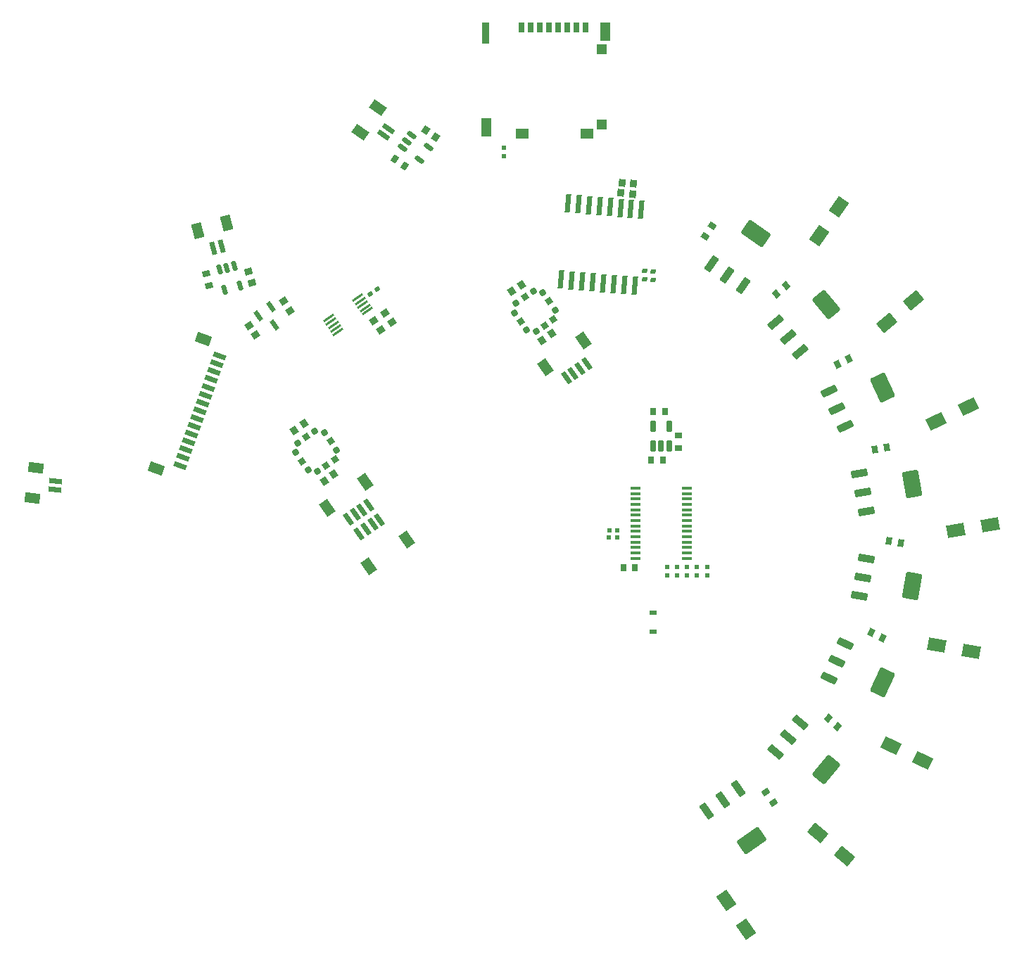
<source format=gtp>
G04*
G04 #@! TF.GenerationSoftware,Altium Limited,CircuitStudio,1.5.2 (30)*
G04*
G04 Layer_Color=7318015*
%FSLAX25Y25*%
%MOIN*%
G70*
G01*
G75*
G04:AMPARAMS|DCode=13|XSize=19.69mil|YSize=23.62mil|CornerRadius=0mil|HoleSize=0mil|Usage=FLASHONLY|Rotation=265.000|XOffset=0mil|YOffset=0mil|HoleType=Round|Shape=Rectangle|*
%AMROTATEDRECTD13*
4,1,4,-0.01091,0.01083,0.01262,0.00878,0.01091,-0.01083,-0.01262,-0.00878,-0.01091,0.01083,0.0*
%
%ADD13ROTATEDRECTD13*%

G04:AMPARAMS|DCode=14|XSize=83.47mil|YSize=59.06mil|CornerRadius=0mil|HoleSize=0mil|Usage=FLASHONLY|Rotation=155.000|XOffset=0mil|YOffset=0mil|HoleType=Round|Shape=Rectangle|*
%AMROTATEDRECTD14*
4,1,4,0.05030,0.00912,0.02534,-0.04440,-0.05030,-0.00912,-0.02534,0.04440,0.05030,0.00912,0.0*
%
%ADD14ROTATEDRECTD14*%

G04:AMPARAMS|DCode=15|XSize=35.43mil|YSize=27.56mil|CornerRadius=0mil|HoleSize=0mil|Usage=FLASHONLY|Rotation=245.000|XOffset=0mil|YOffset=0mil|HoleType=Round|Shape=Rectangle|*
%AMROTATEDRECTD15*
4,1,4,-0.00500,0.02188,0.01998,0.01023,0.00500,-0.02188,-0.01998,-0.01023,-0.00500,0.02188,0.0*
%
%ADD15ROTATEDRECTD15*%

G04:AMPARAMS|DCode=16|XSize=77.56mil|YSize=125.59mil|CornerRadius=9.7mil|HoleSize=0mil|Usage=FLASHONLY|Rotation=335.000|XOffset=0mil|YOffset=0mil|HoleType=Round|Shape=RoundedRectangle|*
%AMROUNDEDRECTD16*
21,1,0.07756,0.10620,0,0,335.0*
21,1,0.05817,0.12559,0,0,335.0*
1,1,0.01939,0.00392,-0.06042*
1,1,0.01939,-0.04880,-0.03583*
1,1,0.01939,-0.00392,0.06042*
1,1,0.01939,0.04880,0.03583*
%
%ADD16ROUNDEDRECTD16*%
G04:AMPARAMS|DCode=17|XSize=77.56mil|YSize=35.04mil|CornerRadius=4.38mil|HoleSize=0mil|Usage=FLASHONLY|Rotation=335.000|XOffset=0mil|YOffset=0mil|HoleType=Round|Shape=RoundedRectangle|*
%AMROUNDEDRECTD17*
21,1,0.07756,0.02628,0,0,335.0*
21,1,0.06880,0.03504,0,0,335.0*
1,1,0.00876,0.02562,-0.02645*
1,1,0.00876,-0.03673,0.00263*
1,1,0.00876,-0.02562,0.02645*
1,1,0.00876,0.03673,-0.00263*
%
%ADD17ROUNDEDRECTD17*%
G04:AMPARAMS|DCode=18|XSize=35.43mil|YSize=27.56mil|CornerRadius=0mil|HoleSize=0mil|Usage=FLASHONLY|Rotation=230.000|XOffset=0mil|YOffset=0mil|HoleType=Round|Shape=Rectangle|*
%AMROTATEDRECTD18*
4,1,4,0.00083,0.02243,0.02194,0.00471,-0.00083,-0.02243,-0.02194,-0.00471,0.00083,0.02243,0.0*
%
%ADD18ROTATEDRECTD18*%

G04:AMPARAMS|DCode=19|XSize=83.47mil|YSize=59.06mil|CornerRadius=0mil|HoleSize=0mil|Usage=FLASHONLY|Rotation=140.000|XOffset=0mil|YOffset=0mil|HoleType=Round|Shape=Rectangle|*
%AMROTATEDRECTD19*
4,1,4,0.05095,-0.00421,0.01299,-0.04944,-0.05095,0.00421,-0.01299,0.04944,0.05095,-0.00421,0.0*
%
%ADD19ROTATEDRECTD19*%

G04:AMPARAMS|DCode=20|XSize=77.56mil|YSize=125.59mil|CornerRadius=9.7mil|HoleSize=0mil|Usage=FLASHONLY|Rotation=320.000|XOffset=0mil|YOffset=0mil|HoleType=Round|Shape=RoundedRectangle|*
%AMROUNDEDRECTD20*
21,1,0.07756,0.10620,0,0,320.0*
21,1,0.05817,0.12559,0,0,320.0*
1,1,0.01939,-0.01185,-0.05937*
1,1,0.01939,-0.05641,-0.02198*
1,1,0.01939,0.01185,0.05937*
1,1,0.01939,0.05641,0.02198*
%
%ADD20ROUNDEDRECTD20*%
G04:AMPARAMS|DCode=21|XSize=77.56mil|YSize=35.04mil|CornerRadius=4.38mil|HoleSize=0mil|Usage=FLASHONLY|Rotation=320.000|XOffset=0mil|YOffset=0mil|HoleType=Round|Shape=RoundedRectangle|*
%AMROUNDEDRECTD21*
21,1,0.07756,0.02628,0,0,320.0*
21,1,0.06880,0.03504,0,0,320.0*
1,1,0.00876,0.01791,-0.03218*
1,1,0.00876,-0.03480,0.01205*
1,1,0.00876,-0.01791,0.03218*
1,1,0.00876,0.03480,-0.01205*
%
%ADD21ROUNDEDRECTD21*%
G04:AMPARAMS|DCode=22|XSize=35.43mil|YSize=27.56mil|CornerRadius=0mil|HoleSize=0mil|Usage=FLASHONLY|Rotation=215.000|XOffset=0mil|YOffset=0mil|HoleType=Round|Shape=Rectangle|*
%AMROTATEDRECTD22*
4,1,4,0.00661,0.02145,0.02242,-0.00113,-0.00661,-0.02145,-0.02242,0.00113,0.00661,0.02145,0.0*
%
%ADD22ROTATEDRECTD22*%

G04:AMPARAMS|DCode=23|XSize=77.56mil|YSize=125.59mil|CornerRadius=9.7mil|HoleSize=0mil|Usage=FLASHONLY|Rotation=305.000|XOffset=0mil|YOffset=0mil|HoleType=Round|Shape=RoundedRectangle|*
%AMROUNDEDRECTD23*
21,1,0.07756,0.10620,0,0,305.0*
21,1,0.05817,0.12559,0,0,305.0*
1,1,0.01939,-0.02682,-0.05428*
1,1,0.01939,-0.06018,-0.00663*
1,1,0.01939,0.02682,0.05428*
1,1,0.01939,0.06018,0.00663*
%
%ADD23ROUNDEDRECTD23*%
G04:AMPARAMS|DCode=24|XSize=77.56mil|YSize=35.04mil|CornerRadius=4.38mil|HoleSize=0mil|Usage=FLASHONLY|Rotation=305.000|XOffset=0mil|YOffset=0mil|HoleType=Round|Shape=RoundedRectangle|*
%AMROUNDEDRECTD24*
21,1,0.07756,0.02628,0,0,305.0*
21,1,0.06880,0.03504,0,0,305.0*
1,1,0.00876,0.00897,-0.03572*
1,1,0.00876,-0.03049,0.02064*
1,1,0.00876,-0.00897,0.03572*
1,1,0.00876,0.03049,-0.02064*
%
%ADD24ROUNDEDRECTD24*%
G04:AMPARAMS|DCode=25|XSize=83.47mil|YSize=59.06mil|CornerRadius=0mil|HoleSize=0mil|Usage=FLASHONLY|Rotation=125.000|XOffset=0mil|YOffset=0mil|HoleType=Round|Shape=Rectangle|*
%AMROTATEDRECTD25*
4,1,4,0.04812,-0.01725,-0.00025,-0.05112,-0.04812,0.01725,0.00025,0.05112,0.04812,-0.01725,0.0*
%
%ADD25ROTATEDRECTD25*%

G04:AMPARAMS|DCode=26|XSize=23.62mil|YSize=61.02mil|CornerRadius=0mil|HoleSize=0mil|Usage=FLASHONLY|Rotation=83.000|XOffset=0mil|YOffset=0mil|HoleType=Round|Shape=Rectangle|*
%AMROTATEDRECTD26*
4,1,4,0.02884,-0.01544,-0.03172,-0.00800,-0.02884,0.01544,0.03172,0.00800,0.02884,-0.01544,0.0*
%
%ADD26ROTATEDRECTD26*%

G04:AMPARAMS|DCode=27|XSize=47.24mil|YSize=70.87mil|CornerRadius=0mil|HoleSize=0mil|Usage=FLASHONLY|Rotation=83.000|XOffset=0mil|YOffset=0mil|HoleType=Round|Shape=Rectangle|*
%AMROTATEDRECTD27*
4,1,4,0.03229,-0.02776,-0.03805,-0.01913,-0.03229,0.02776,0.03805,0.01913,0.03229,-0.02776,0.0*
%
%ADD27ROTATEDRECTD27*%

%ADD28R,0.03268X0.02461*%
%ADD30R,0.03150X0.04882*%
%ADD31R,0.03740X0.09843*%
%ADD32R,0.04528X0.08661*%
%ADD33R,0.04567X0.04921*%
%ADD34R,0.04567X0.04724*%
%ADD35R,0.05906X0.04528*%
G04:AMPARAMS|DCode=36|XSize=35.43mil|YSize=31.5mil|CornerRadius=0mil|HoleSize=0mil|Usage=FLASHONLY|Rotation=265.000|XOffset=0mil|YOffset=0mil|HoleType=Round|Shape=Rectangle|*
%AMROTATEDRECTD36*
4,1,4,-0.01414,0.01902,0.01723,0.01628,0.01414,-0.01902,-0.01723,-0.01628,-0.01414,0.01902,0.0*
%
%ADD36ROTATEDRECTD36*%

%ADD37R,0.02362X0.01969*%
%ADD38R,0.03150X0.03543*%
%ADD39R,0.03543X0.02756*%
G04:AMPARAMS|DCode=40|XSize=23.62mil|YSize=53.15mil|CornerRadius=1.77mil|HoleSize=0mil|Usage=FLASHONLY|Rotation=0.000|XOffset=0mil|YOffset=0mil|HoleType=Round|Shape=RoundedRectangle|*
%AMROUNDEDRECTD40*
21,1,0.02362,0.04961,0,0,0.0*
21,1,0.02008,0.05315,0,0,0.0*
1,1,0.00354,0.01004,-0.02480*
1,1,0.00354,-0.01004,-0.02480*
1,1,0.00354,-0.01004,0.02480*
1,1,0.00354,0.01004,0.02480*
%
%ADD40ROUNDEDRECTD40*%
%ADD41R,0.01969X0.02362*%
G04:AMPARAMS|DCode=42|XSize=35.43mil|YSize=31.5mil|CornerRadius=0mil|HoleSize=0mil|Usage=FLASHONLY|Rotation=125.000|XOffset=0mil|YOffset=0mil|HoleType=Round|Shape=Rectangle|*
%AMROTATEDRECTD42*
4,1,4,0.02306,-0.00548,-0.00274,-0.02355,-0.02306,0.00548,0.00274,0.02355,0.02306,-0.00548,0.0*
%
%ADD42ROTATEDRECTD42*%

G04:AMPARAMS|DCode=43|XSize=35.43mil|YSize=31.5mil|CornerRadius=0mil|HoleSize=0mil|Usage=FLASHONLY|Rotation=35.000|XOffset=0mil|YOffset=0mil|HoleType=Round|Shape=Rectangle|*
%AMROTATEDRECTD43*
4,1,4,-0.00548,-0.02306,-0.02355,0.00274,0.00548,0.02306,0.02355,-0.00274,-0.00548,-0.02306,0.0*
%
%ADD43ROTATEDRECTD43*%

G04:AMPARAMS|DCode=44|XSize=57.87mil|YSize=11.02mil|CornerRadius=1.38mil|HoleSize=0mil|Usage=FLASHONLY|Rotation=215.000|XOffset=0mil|YOffset=0mil|HoleType=Round|Shape=RoundedRectangle|*
%AMROUNDEDRECTD44*
21,1,0.05787,0.00827,0,0,215.0*
21,1,0.05512,0.01102,0,0,215.0*
1,1,0.00276,-0.02494,-0.01242*
1,1,0.00276,0.02020,0.01919*
1,1,0.00276,0.02494,0.01242*
1,1,0.00276,-0.02020,-0.01919*
%
%ADD44ROUNDEDRECTD44*%
G04:AMPARAMS|DCode=45|XSize=23.62mil|YSize=61.02mil|CornerRadius=0mil|HoleSize=0mil|Usage=FLASHONLY|Rotation=35.000|XOffset=0mil|YOffset=0mil|HoleType=Round|Shape=Rectangle|*
%AMROTATEDRECTD45*
4,1,4,0.00783,-0.03177,-0.02717,0.01822,-0.00783,0.03177,0.02717,-0.01822,0.00783,-0.03177,0.0*
%
%ADD45ROTATEDRECTD45*%

G04:AMPARAMS|DCode=46|XSize=47.24mil|YSize=70.87mil|CornerRadius=0mil|HoleSize=0mil|Usage=FLASHONLY|Rotation=35.000|XOffset=0mil|YOffset=0mil|HoleType=Round|Shape=Rectangle|*
%AMROTATEDRECTD46*
4,1,4,0.00098,-0.04258,-0.03967,0.01548,-0.00098,0.04258,0.03967,-0.01548,0.00098,-0.04258,0.0*
%
%ADD46ROTATEDRECTD46*%

G04:AMPARAMS|DCode=47|XSize=22mil|YSize=51mil|CornerRadius=0mil|HoleSize=0mil|Usage=FLASHONLY|Rotation=215.000|XOffset=0mil|YOffset=0mil|HoleType=Round|Shape=Rectangle|*
%AMROTATEDRECTD47*
4,1,4,-0.00562,0.02720,0.02364,-0.01458,0.00562,-0.02720,-0.02364,0.01458,-0.00562,0.02720,0.0*
%
%ADD47ROTATEDRECTD47*%

G04:AMPARAMS|DCode=48|XSize=23.62mil|YSize=61.02mil|CornerRadius=0mil|HoleSize=0mil|Usage=FLASHONLY|Rotation=70.000|XOffset=0mil|YOffset=0mil|HoleType=Round|Shape=Rectangle|*
%AMROTATEDRECTD48*
4,1,4,0.02463,-0.02153,-0.03271,-0.00066,-0.02463,0.02153,0.03271,0.00066,0.02463,-0.02153,0.0*
%
%ADD48ROTATEDRECTD48*%

G04:AMPARAMS|DCode=49|XSize=47.24mil|YSize=70.87mil|CornerRadius=0mil|HoleSize=0mil|Usage=FLASHONLY|Rotation=70.000|XOffset=0mil|YOffset=0mil|HoleType=Round|Shape=Rectangle|*
%AMROTATEDRECTD49*
4,1,4,0.02522,-0.03432,-0.04138,-0.01008,-0.02522,0.03432,0.04138,0.01008,0.02522,-0.03432,0.0*
%
%ADD49ROTATEDRECTD49*%

G04:AMPARAMS|DCode=50|XSize=35.43mil|YSize=27.56mil|CornerRadius=0mil|HoleSize=0mil|Usage=FLASHONLY|Rotation=195.000|XOffset=0mil|YOffset=0mil|HoleType=Round|Shape=Rectangle|*
%AMROTATEDRECTD50*
4,1,4,0.01355,0.01790,0.02068,-0.00873,-0.01355,-0.01790,-0.02068,0.00873,0.01355,0.01790,0.0*
%
%ADD50ROTATEDRECTD50*%

G04:AMPARAMS|DCode=51|XSize=35.43mil|YSize=31.5mil|CornerRadius=0mil|HoleSize=0mil|Usage=FLASHONLY|Rotation=15.000|XOffset=0mil|YOffset=0mil|HoleType=Round|Shape=Rectangle|*
%AMROTATEDRECTD51*
4,1,4,-0.01304,-0.01980,-0.02119,0.01063,0.01304,0.01980,0.02119,-0.01063,-0.01304,-0.01980,0.0*
%
%ADD51ROTATEDRECTD51*%

G04:AMPARAMS|DCode=52|XSize=47.64mil|YSize=23.23mil|CornerRadius=5.81mil|HoleSize=0mil|Usage=FLASHONLY|Rotation=285.000|XOffset=0mil|YOffset=0mil|HoleType=Round|Shape=RoundedRectangle|*
%AMROUNDEDRECTD52*
21,1,0.04764,0.01161,0,0,285.0*
21,1,0.03602,0.02323,0,0,285.0*
1,1,0.01161,-0.00095,-0.01890*
1,1,0.01161,-0.01027,0.01590*
1,1,0.01161,0.00095,0.01890*
1,1,0.01161,0.01027,-0.01590*
%
%ADD52ROUNDEDRECTD52*%
G04:AMPARAMS|DCode=53|XSize=23.62mil|YSize=61.02mil|CornerRadius=0mil|HoleSize=0mil|Usage=FLASHONLY|Rotation=15.000|XOffset=0mil|YOffset=0mil|HoleType=Round|Shape=Rectangle|*
%AMROTATEDRECTD53*
4,1,4,-0.00351,-0.03253,-0.01930,0.02641,0.00351,0.03253,0.01930,-0.02641,-0.00351,-0.03253,0.0*
%
%ADD53ROTATEDRECTD53*%

G04:AMPARAMS|DCode=54|XSize=47.24mil|YSize=70.87mil|CornerRadius=0mil|HoleSize=0mil|Usage=FLASHONLY|Rotation=15.000|XOffset=0mil|YOffset=0mil|HoleType=Round|Shape=Rectangle|*
%AMROTATEDRECTD54*
4,1,4,-0.01364,-0.04034,-0.03199,0.02811,0.01364,0.04034,0.03199,-0.02811,-0.01364,-0.04034,0.0*
%
%ADD54ROTATEDRECTD54*%

G04:AMPARAMS|DCode=55|XSize=35.43mil|YSize=27.56mil|CornerRadius=0mil|HoleSize=0mil|Usage=FLASHONLY|Rotation=235.000|XOffset=0mil|YOffset=0mil|HoleType=Round|Shape=Rectangle|*
%AMROTATEDRECTD55*
4,1,4,-0.00113,0.02242,0.02145,0.00661,0.00113,-0.02242,-0.02145,-0.00661,-0.00113,0.02242,0.0*
%
%ADD55ROTATEDRECTD55*%

G04:AMPARAMS|DCode=56|XSize=35.43mil|YSize=31.5mil|CornerRadius=0mil|HoleSize=0mil|Usage=FLASHONLY|Rotation=55.000|XOffset=0mil|YOffset=0mil|HoleType=Round|Shape=Rectangle|*
%AMROTATEDRECTD56*
4,1,4,0.00274,-0.02355,-0.02306,-0.00548,-0.00274,0.02355,0.02306,0.00548,0.00274,-0.02355,0.0*
%
%ADD56ROTATEDRECTD56*%

G04:AMPARAMS|DCode=57|XSize=47.64mil|YSize=23.23mil|CornerRadius=5.81mil|HoleSize=0mil|Usage=FLASHONLY|Rotation=325.000|XOffset=0mil|YOffset=0mil|HoleType=Round|Shape=RoundedRectangle|*
%AMROUNDEDRECTD57*
21,1,0.04764,0.01161,0,0,325.0*
21,1,0.03602,0.02323,0,0,325.0*
1,1,0.01161,0.01142,-0.01509*
1,1,0.01161,-0.01809,0.00557*
1,1,0.01161,-0.01142,0.01509*
1,1,0.01161,0.01809,-0.00557*
%
%ADD57ROUNDEDRECTD57*%
G04:AMPARAMS|DCode=58|XSize=23.62mil|YSize=61.02mil|CornerRadius=0mil|HoleSize=0mil|Usage=FLASHONLY|Rotation=55.000|XOffset=0mil|YOffset=0mil|HoleType=Round|Shape=Rectangle|*
%AMROTATEDRECTD58*
4,1,4,0.01822,-0.02717,-0.03177,0.00783,-0.01822,0.02717,0.03177,-0.00783,0.01822,-0.02717,0.0*
%
%ADD58ROTATEDRECTD58*%

G04:AMPARAMS|DCode=59|XSize=47.24mil|YSize=70.87mil|CornerRadius=0mil|HoleSize=0mil|Usage=FLASHONLY|Rotation=55.000|XOffset=0mil|YOffset=0mil|HoleType=Round|Shape=Rectangle|*
%AMROTATEDRECTD59*
4,1,4,0.01548,-0.03967,-0.04258,0.00098,-0.01548,0.03967,0.04258,-0.00098,0.01548,-0.03967,0.0*
%
%ADD59ROTATEDRECTD59*%

G04:AMPARAMS|DCode=60|XSize=35.43mil|YSize=27.56mil|CornerRadius=0mil|HoleSize=0mil|Usage=FLASHONLY|Rotation=260.000|XOffset=0mil|YOffset=0mil|HoleType=Round|Shape=Rectangle|*
%AMROTATEDRECTD60*
4,1,4,-0.01049,0.01984,0.01665,0.01506,0.01049,-0.01984,-0.01665,-0.01506,-0.01049,0.01984,0.0*
%
%ADD60ROTATEDRECTD60*%

G04:AMPARAMS|DCode=61|XSize=83.47mil|YSize=59.06mil|CornerRadius=0mil|HoleSize=0mil|Usage=FLASHONLY|Rotation=170.000|XOffset=0mil|YOffset=0mil|HoleType=Round|Shape=Rectangle|*
%AMROTATEDRECTD61*
4,1,4,0.04623,0.02183,0.03597,-0.03633,-0.04623,-0.02183,-0.03597,0.03633,0.04623,0.02183,0.0*
%
%ADD61ROTATEDRECTD61*%

G04:AMPARAMS|DCode=62|XSize=77.56mil|YSize=125.59mil|CornerRadius=9.7mil|HoleSize=0mil|Usage=FLASHONLY|Rotation=350.000|XOffset=0mil|YOffset=0mil|HoleType=Round|Shape=RoundedRectangle|*
%AMROUNDEDRECTD62*
21,1,0.07756,0.10620,0,0,350.0*
21,1,0.05817,0.12559,0,0,350.0*
1,1,0.01939,0.01942,-0.05734*
1,1,0.01939,-0.03786,-0.04724*
1,1,0.01939,-0.01942,0.05734*
1,1,0.01939,0.03786,0.04724*
%
%ADD62ROUNDEDRECTD62*%
G04:AMPARAMS|DCode=63|XSize=77.56mil|YSize=35.04mil|CornerRadius=4.38mil|HoleSize=0mil|Usage=FLASHONLY|Rotation=350.000|XOffset=0mil|YOffset=0mil|HoleType=Round|Shape=RoundedRectangle|*
%AMROUNDEDRECTD63*
21,1,0.07756,0.02628,0,0,350.0*
21,1,0.06880,0.03504,0,0,350.0*
1,1,0.00876,0.03160,-0.01891*
1,1,0.00876,-0.03616,-0.00697*
1,1,0.00876,-0.03160,0.01891*
1,1,0.00876,0.03616,0.00697*
%
%ADD63ROUNDEDRECTD63*%
G04:AMPARAMS|DCode=64|XSize=35.43mil|YSize=27.56mil|CornerRadius=0mil|HoleSize=0mil|Usage=FLASHONLY|Rotation=280.000|XOffset=0mil|YOffset=0mil|HoleType=Round|Shape=Rectangle|*
%AMROTATEDRECTD64*
4,1,4,-0.01665,0.01506,0.01049,0.01984,0.01665,-0.01506,-0.01049,-0.01984,-0.01665,0.01506,0.0*
%
%ADD64ROTATEDRECTD64*%

G04:AMPARAMS|DCode=65|XSize=83.47mil|YSize=59.06mil|CornerRadius=0mil|HoleSize=0mil|Usage=FLASHONLY|Rotation=190.000|XOffset=0mil|YOffset=0mil|HoleType=Round|Shape=Rectangle|*
%AMROTATEDRECTD65*
4,1,4,0.03597,0.03633,0.04623,-0.02183,-0.03597,-0.03633,-0.04623,0.02183,0.03597,0.03633,0.0*
%
%ADD65ROTATEDRECTD65*%

G04:AMPARAMS|DCode=66|XSize=77.56mil|YSize=35.04mil|CornerRadius=4.38mil|HoleSize=0mil|Usage=FLASHONLY|Rotation=10.000|XOffset=0mil|YOffset=0mil|HoleType=Round|Shape=RoundedRectangle|*
%AMROUNDEDRECTD66*
21,1,0.07756,0.02628,0,0,10.0*
21,1,0.06880,0.03504,0,0,10.0*
1,1,0.00876,0.03616,-0.00697*
1,1,0.00876,-0.03160,-0.01891*
1,1,0.00876,-0.03616,0.00697*
1,1,0.00876,0.03160,0.01891*
%
%ADD66ROUNDEDRECTD66*%
G04:AMPARAMS|DCode=67|XSize=77.56mil|YSize=125.59mil|CornerRadius=9.7mil|HoleSize=0mil|Usage=FLASHONLY|Rotation=10.000|XOffset=0mil|YOffset=0mil|HoleType=Round|Shape=RoundedRectangle|*
%AMROUNDEDRECTD67*
21,1,0.07756,0.10620,0,0,10.0*
21,1,0.05817,0.12559,0,0,10.0*
1,1,0.01939,0.03786,-0.04724*
1,1,0.01939,-0.01942,-0.05734*
1,1,0.01939,-0.03786,0.04724*
1,1,0.01939,0.01942,0.05734*
%
%ADD67ROUNDEDRECTD67*%
G04:AMPARAMS|DCode=68|XSize=35.43mil|YSize=27.56mil|CornerRadius=0mil|HoleSize=0mil|Usage=FLASHONLY|Rotation=295.000|XOffset=0mil|YOffset=0mil|HoleType=Round|Shape=Rectangle|*
%AMROTATEDRECTD68*
4,1,4,-0.01998,0.01023,0.00500,0.02188,0.01998,-0.01023,-0.00500,-0.02188,-0.01998,0.01023,0.0*
%
%ADD68ROTATEDRECTD68*%

G04:AMPARAMS|DCode=69|XSize=83.47mil|YSize=59.06mil|CornerRadius=0mil|HoleSize=0mil|Usage=FLASHONLY|Rotation=205.000|XOffset=0mil|YOffset=0mil|HoleType=Round|Shape=Rectangle|*
%AMROTATEDRECTD69*
4,1,4,0.02534,0.04440,0.05030,-0.00912,-0.02534,-0.04440,-0.05030,0.00912,0.02534,0.04440,0.0*
%
%ADD69ROTATEDRECTD69*%

G04:AMPARAMS|DCode=70|XSize=77.56mil|YSize=35.04mil|CornerRadius=4.38mil|HoleSize=0mil|Usage=FLASHONLY|Rotation=25.000|XOffset=0mil|YOffset=0mil|HoleType=Round|Shape=RoundedRectangle|*
%AMROUNDEDRECTD70*
21,1,0.07756,0.02628,0,0,25.0*
21,1,0.06880,0.03504,0,0,25.0*
1,1,0.00876,0.03673,0.00263*
1,1,0.00876,-0.02562,-0.02645*
1,1,0.00876,-0.03673,-0.00263*
1,1,0.00876,0.02562,0.02645*
%
%ADD70ROUNDEDRECTD70*%
G04:AMPARAMS|DCode=71|XSize=77.56mil|YSize=125.59mil|CornerRadius=9.7mil|HoleSize=0mil|Usage=FLASHONLY|Rotation=25.000|XOffset=0mil|YOffset=0mil|HoleType=Round|Shape=RoundedRectangle|*
%AMROUNDEDRECTD71*
21,1,0.07756,0.10620,0,0,25.0*
21,1,0.05817,0.12559,0,0,25.0*
1,1,0.01939,0.04880,-0.03583*
1,1,0.01939,-0.00392,-0.06042*
1,1,0.01939,-0.04880,0.03583*
1,1,0.01939,0.00392,0.06042*
%
%ADD71ROUNDEDRECTD71*%
G04:AMPARAMS|DCode=72|XSize=35.43mil|YSize=27.56mil|CornerRadius=0mil|HoleSize=0mil|Usage=FLASHONLY|Rotation=310.000|XOffset=0mil|YOffset=0mil|HoleType=Round|Shape=Rectangle|*
%AMROTATEDRECTD72*
4,1,4,-0.02194,0.00471,-0.00083,0.02243,0.02194,-0.00471,0.00083,-0.02243,-0.02194,0.00471,0.0*
%
%ADD72ROTATEDRECTD72*%

G04:AMPARAMS|DCode=73|XSize=83.47mil|YSize=59.06mil|CornerRadius=0mil|HoleSize=0mil|Usage=FLASHONLY|Rotation=220.000|XOffset=0mil|YOffset=0mil|HoleType=Round|Shape=Rectangle|*
%AMROTATEDRECTD73*
4,1,4,0.01299,0.04944,0.05095,0.00421,-0.01299,-0.04944,-0.05095,-0.00421,0.01299,0.04944,0.0*
%
%ADD73ROTATEDRECTD73*%

G04:AMPARAMS|DCode=74|XSize=77.56mil|YSize=35.04mil|CornerRadius=4.38mil|HoleSize=0mil|Usage=FLASHONLY|Rotation=40.000|XOffset=0mil|YOffset=0mil|HoleType=Round|Shape=RoundedRectangle|*
%AMROUNDEDRECTD74*
21,1,0.07756,0.02628,0,0,40.0*
21,1,0.06880,0.03504,0,0,40.0*
1,1,0.00876,0.03480,0.01205*
1,1,0.00876,-0.01791,-0.03218*
1,1,0.00876,-0.03480,-0.01205*
1,1,0.00876,0.01791,0.03218*
%
%ADD74ROUNDEDRECTD74*%
G04:AMPARAMS|DCode=75|XSize=77.56mil|YSize=125.59mil|CornerRadius=9.7mil|HoleSize=0mil|Usage=FLASHONLY|Rotation=40.000|XOffset=0mil|YOffset=0mil|HoleType=Round|Shape=RoundedRectangle|*
%AMROUNDEDRECTD75*
21,1,0.07756,0.10620,0,0,40.0*
21,1,0.05817,0.12559,0,0,40.0*
1,1,0.01939,0.05641,-0.02198*
1,1,0.01939,0.01185,-0.05937*
1,1,0.01939,-0.05641,0.02198*
1,1,0.01939,-0.01185,0.05937*
%
%ADD75ROUNDEDRECTD75*%
G04:AMPARAMS|DCode=76|XSize=77.56mil|YSize=35.04mil|CornerRadius=4.38mil|HoleSize=0mil|Usage=FLASHONLY|Rotation=55.000|XOffset=0mil|YOffset=0mil|HoleType=Round|Shape=RoundedRectangle|*
%AMROUNDEDRECTD76*
21,1,0.07756,0.02628,0,0,55.0*
21,1,0.06880,0.03504,0,0,55.0*
1,1,0.00876,0.03049,0.02064*
1,1,0.00876,-0.00897,-0.03572*
1,1,0.00876,-0.03049,-0.02064*
1,1,0.00876,0.00897,0.03572*
%
%ADD76ROUNDEDRECTD76*%
G04:AMPARAMS|DCode=77|XSize=77.56mil|YSize=125.59mil|CornerRadius=9.7mil|HoleSize=0mil|Usage=FLASHONLY|Rotation=55.000|XOffset=0mil|YOffset=0mil|HoleType=Round|Shape=RoundedRectangle|*
%AMROUNDEDRECTD77*
21,1,0.07756,0.10620,0,0,55.0*
21,1,0.05817,0.12559,0,0,55.0*
1,1,0.01939,0.06018,-0.00663*
1,1,0.01939,0.02682,-0.05428*
1,1,0.01939,-0.06018,0.00663*
1,1,0.01939,-0.02682,0.05428*
%
%ADD77ROUNDEDRECTD77*%
G04:AMPARAMS|DCode=78|XSize=83.47mil|YSize=59.06mil|CornerRadius=0mil|HoleSize=0mil|Usage=FLASHONLY|Rotation=235.000|XOffset=0mil|YOffset=0mil|HoleType=Round|Shape=Rectangle|*
%AMROTATEDRECTD78*
4,1,4,-0.00025,0.05112,0.04812,0.01725,0.00025,-0.05112,-0.04812,-0.01725,-0.00025,0.05112,0.0*
%
%ADD78ROTATEDRECTD78*%

G04:AMPARAMS|DCode=79|XSize=35.43mil|YSize=27.56mil|CornerRadius=0mil|HoleSize=0mil|Usage=FLASHONLY|Rotation=325.000|XOffset=0mil|YOffset=0mil|HoleType=Round|Shape=Rectangle|*
%AMROTATEDRECTD79*
4,1,4,-0.02242,-0.00113,-0.00661,0.02145,0.02242,0.00113,0.00661,-0.02145,-0.02242,-0.00113,0.0*
%
%ADD79ROTATEDRECTD79*%

G04:AMPARAMS|DCode=80|XSize=19.69mil|YSize=23.62mil|CornerRadius=0mil|HoleSize=0mil|Usage=FLASHONLY|Rotation=125.000|XOffset=0mil|YOffset=0mil|HoleType=Round|Shape=Rectangle|*
%AMROTATEDRECTD80*
4,1,4,0.01532,-0.00129,-0.00403,-0.01484,-0.01532,0.00129,0.00403,0.01484,0.01532,-0.00129,0.0*
%
%ADD80ROTATEDRECTD80*%

%ADD81R,0.04528X0.01575*%
G04:AMPARAMS|DCode=82|XSize=23.62mil|YSize=86.61mil|CornerRadius=0mil|HoleSize=0mil|Usage=FLASHONLY|Rotation=175.000|XOffset=0mil|YOffset=0mil|HoleType=Round|Shape=Rectangle|*
%AMROTATEDRECTD82*
4,1,4,0.01554,0.04211,0.00799,-0.04417,-0.01554,-0.04211,-0.00799,0.04417,0.01554,0.04211,0.0*
%
%ADD82ROTATEDRECTD82*%

G04:AMPARAMS|DCode=83|XSize=30mil|YSize=30mil|CornerRadius=7.5mil|HoleSize=0mil|Usage=FLASHONLY|Rotation=305.000|XOffset=0mil|YOffset=0mil|HoleType=Round|Shape=RoundedRectangle|*
%AMROUNDEDRECTD83*
21,1,0.03000,0.01500,0,0,305.0*
21,1,0.01500,0.03000,0,0,305.0*
1,1,0.01500,-0.00184,-0.01045*
1,1,0.01500,-0.01045,0.00184*
1,1,0.01500,0.00184,0.01045*
1,1,0.01500,0.01045,-0.00184*
%
%ADD83ROUNDEDRECTD83*%
%ADD84P,0.04243X4X350.0*%
G04:AMPARAMS|DCode=85|XSize=30mil|YSize=30mil|CornerRadius=7.5mil|HoleSize=0mil|Usage=FLASHONLY|Rotation=215.000|XOffset=0mil|YOffset=0mil|HoleType=Round|Shape=RoundedRectangle|*
%AMROUNDEDRECTD85*
21,1,0.03000,0.01500,0,0,215.0*
21,1,0.01500,0.03000,0,0,215.0*
1,1,0.01500,-0.01045,0.00184*
1,1,0.01500,0.00184,0.01045*
1,1,0.01500,0.01045,-0.00184*
1,1,0.01500,-0.00184,-0.01045*
%
%ADD85ROUNDEDRECTD85*%
%ADD86P,0.04243X4X260.0*%
D13*
X1035334Y549514D02*
D03*
X1039256Y549171D02*
D03*
X1035334Y553698D02*
D03*
X1039256Y553355D02*
D03*
D14*
X1166991Y321443D02*
D03*
X1151898Y328481D02*
D03*
D15*
X1147985Y379703D02*
D03*
X1142633Y382199D02*
D03*
D16*
X1148041Y358652D02*
D03*
D17*
X1122627Y360512D02*
D03*
X1126454Y368718D02*
D03*
X1130280Y376925D02*
D03*
D18*
X1126819Y337696D02*
D03*
X1122295Y341492D02*
D03*
D19*
X1130007Y276393D02*
D03*
X1117249Y287097D02*
D03*
D20*
X1121425Y317348D02*
D03*
D21*
X1097358Y325722D02*
D03*
X1103178Y332658D02*
D03*
X1108999Y339595D02*
D03*
D22*
X1096189Y301600D02*
D03*
X1092802Y306438D02*
D03*
D23*
X1085853Y283441D02*
D03*
D24*
X1064774Y297758D02*
D03*
X1072191Y302952D02*
D03*
X1079609Y308146D02*
D03*
D25*
X1083426Y241578D02*
D03*
X1073874Y255220D02*
D03*
D26*
X755858Y449902D02*
D03*
X756338Y453810D02*
D03*
D27*
X745368Y446034D02*
D03*
X747095Y460101D02*
D03*
D28*
X1039300Y391480D02*
D03*
Y382720D02*
D03*
D30*
X976983Y668825D02*
D03*
X981313D02*
D03*
X985644D02*
D03*
X989975D02*
D03*
X994306D02*
D03*
X998636D02*
D03*
X1002967D02*
D03*
X1007298D02*
D03*
D31*
X959876Y666345D02*
D03*
D32*
X1016530Y666935D02*
D03*
X960270Y621739D02*
D03*
D33*
X1014935Y658471D02*
D03*
D34*
Y623038D02*
D03*
D35*
X977219Y618609D02*
D03*
X1007849D02*
D03*
D36*
X1030145Y594860D02*
D03*
X1024655Y595340D02*
D03*
X1029645Y590060D02*
D03*
X1024155Y590540D02*
D03*
D37*
X1018492Y427128D02*
D03*
X1022429D02*
D03*
X1022468Y430600D02*
D03*
X1018532Y430600D02*
D03*
D38*
X1044856Y486900D02*
D03*
X1039344Y486900D02*
D03*
X1043856Y463800D02*
D03*
X1038344Y463800D02*
D03*
X1025244Y412900D02*
D03*
X1030756Y412900D02*
D03*
D39*
X1051200Y469747D02*
D03*
X1051200Y475653D02*
D03*
D40*
X1039373Y470538D02*
D03*
X1043113D02*
D03*
X1046854Y470538D02*
D03*
X1046854Y479869D02*
D03*
X1039373Y479869D02*
D03*
D41*
X1050725Y409232D02*
D03*
Y413168D02*
D03*
X1055450Y409232D02*
D03*
X1055450Y413168D02*
D03*
X1046000Y409232D02*
D03*
Y413168D02*
D03*
X1060175Y409232D02*
D03*
X1060175Y413168D02*
D03*
X1064900Y409232D02*
D03*
Y413168D02*
D03*
X968700Y607932D02*
D03*
Y611868D02*
D03*
D42*
X888058Y457181D02*
D03*
X883543Y454019D02*
D03*
X874005Y481123D02*
D03*
X869490Y477962D02*
D03*
X991257Y523781D02*
D03*
X986742Y520619D02*
D03*
X972484Y543930D02*
D03*
X976999Y547092D02*
D03*
D43*
X915581Y529243D02*
D03*
X912419Y533757D02*
D03*
X910281Y525542D02*
D03*
X907119Y530057D02*
D03*
X867498Y534595D02*
D03*
X864336Y539110D02*
D03*
X851114Y523124D02*
D03*
X847953Y527639D02*
D03*
D44*
X903992Y534430D02*
D03*
X902864Y536042D02*
D03*
X901734Y537655D02*
D03*
X900605Y539268D02*
D03*
X899476Y540880D02*
D03*
X885608Y531170D02*
D03*
X886736Y529558D02*
D03*
X887866Y527945D02*
D03*
X888995Y526332D02*
D03*
X890124Y524720D02*
D03*
D45*
X998185Y502790D02*
D03*
X1001410Y505048D02*
D03*
X1004636Y507307D02*
D03*
X1007861Y509565D02*
D03*
X895000Y435888D02*
D03*
X898225Y438146D02*
D03*
X901451Y440405D02*
D03*
X904676Y442663D02*
D03*
X900062Y428912D02*
D03*
X903287Y431171D02*
D03*
X906513Y433429D02*
D03*
X909738Y435687D02*
D03*
D46*
X988290Y507998D02*
D03*
X1006351Y520644D02*
D03*
X885106Y441096D02*
D03*
X903166Y453742D02*
D03*
X922681Y426126D02*
D03*
X904620Y413480D02*
D03*
D47*
X860048Y527799D02*
D03*
X852339Y532289D02*
D03*
X858466Y536580D02*
D03*
D48*
X824627Y487300D02*
D03*
X823280Y483600D02*
D03*
X821933Y479900D02*
D03*
X820587Y476200D02*
D03*
X815200Y461400D02*
D03*
X816547Y465100D02*
D03*
X817893Y468800D02*
D03*
X819240Y472500D02*
D03*
X828667Y498399D02*
D03*
X827320Y494700D02*
D03*
X825973Y490999D02*
D03*
X830014Y502100D02*
D03*
X831360Y505799D02*
D03*
X832707Y509500D02*
D03*
X834054Y513200D02*
D03*
D49*
X804108Y459991D02*
D03*
X826462Y521409D02*
D03*
D50*
X829064Y546719D02*
D03*
X827536Y552423D02*
D03*
D51*
X847795Y553315D02*
D03*
X849222Y547991D02*
D03*
D52*
X841073Y556038D02*
D03*
X837460Y555070D02*
D03*
X833848Y554102D02*
D03*
X836405Y544557D02*
D03*
X843631Y546493D02*
D03*
D53*
X831057Y564372D02*
D03*
X834860Y565391D02*
D03*
D54*
X823541Y572649D02*
D03*
X837231Y576318D02*
D03*
D55*
X921766Y603222D02*
D03*
X916928Y606609D02*
D03*
D56*
X931817Y620233D02*
D03*
X936332Y617072D02*
D03*
D57*
X924860Y617916D02*
D03*
X922715Y614852D02*
D03*
X920569Y611789D02*
D03*
X928664Y606120D02*
D03*
X932955Y612248D02*
D03*
D58*
X911794Y617811D02*
D03*
X914053Y621036D02*
D03*
D59*
X900716Y619320D02*
D03*
X908845Y630930D02*
D03*
D60*
X1156659Y424585D02*
D03*
X1150843Y425611D02*
D03*
D61*
X1190120Y373370D02*
D03*
X1173720Y376262D02*
D03*
D62*
X1162161Y404266D02*
D03*
D63*
X1137131Y399485D02*
D03*
X1138704Y408402D02*
D03*
X1140276Y417320D02*
D03*
D64*
X1150041Y469946D02*
D03*
X1144225Y468921D02*
D03*
D65*
X1198976Y433405D02*
D03*
X1182576Y430513D02*
D03*
D66*
X1137131Y457515D02*
D03*
X1138704Y448598D02*
D03*
X1140276Y439680D02*
D03*
D67*
X1162161Y452734D02*
D03*
D68*
X1131879Y511837D02*
D03*
X1126527Y509341D02*
D03*
D69*
X1188544Y489335D02*
D03*
X1173451Y482297D02*
D03*
D70*
X1122627Y496488D02*
D03*
X1126454Y488282D02*
D03*
X1130280Y480075D02*
D03*
D71*
X1148041Y498348D02*
D03*
D72*
X1102323Y546498D02*
D03*
X1097799Y542702D02*
D03*
D73*
X1162789Y539539D02*
D03*
X1150031Y528834D02*
D03*
D74*
X1097358Y529278D02*
D03*
X1103178Y522342D02*
D03*
X1108999Y515405D02*
D03*
D75*
X1121425Y537652D02*
D03*
D76*
X1067047Y556867D02*
D03*
X1074464Y551673D02*
D03*
X1081882Y546480D02*
D03*
D77*
X1088126Y571185D02*
D03*
D78*
X1127475Y583795D02*
D03*
X1117923Y570153D02*
D03*
D79*
X1067385Y574785D02*
D03*
X1063998Y569948D02*
D03*
D80*
X905323Y542626D02*
D03*
X908548Y544884D02*
D03*
D81*
X1055303Y417333D02*
D03*
Y419892D02*
D03*
Y422451D02*
D03*
Y425010D02*
D03*
Y427569D02*
D03*
Y430128D02*
D03*
Y432687D02*
D03*
Y435247D02*
D03*
Y437806D02*
D03*
Y440365D02*
D03*
Y442924D02*
D03*
Y445483D02*
D03*
Y448042D02*
D03*
Y450601D02*
D03*
X1030893D02*
D03*
Y448042D02*
D03*
Y445483D02*
D03*
Y442924D02*
D03*
Y440365D02*
D03*
Y437806D02*
D03*
Y435247D02*
D03*
Y432687D02*
D03*
Y430128D02*
D03*
Y427569D02*
D03*
Y425010D02*
D03*
Y422451D02*
D03*
Y419892D02*
D03*
Y417333D02*
D03*
D82*
X1028831Y582952D02*
D03*
X1015712Y547741D02*
D03*
X1033812Y582516D02*
D03*
X1023850Y583387D02*
D03*
X1018869Y583823D02*
D03*
X1020693Y547305D02*
D03*
X1010731Y548177D02*
D03*
X1005750Y548613D02*
D03*
X1008907Y584695D02*
D03*
X995788Y549484D02*
D03*
X1013888Y584259D02*
D03*
X1003926Y585131D02*
D03*
X1000769Y549048D02*
D03*
X998945Y585566D02*
D03*
X1025674Y546870D02*
D03*
X1030655Y546434D02*
D03*
D83*
X870154Y467440D02*
D03*
X875890Y459248D02*
D03*
X889401Y468709D02*
D03*
X883665Y476900D02*
D03*
X987156Y543217D02*
D03*
X992892Y535025D02*
D03*
X979380Y525564D02*
D03*
X973644Y533756D02*
D03*
D84*
X873022Y463344D02*
D03*
X886533Y472805D02*
D03*
X990024Y539121D02*
D03*
X976512Y529660D02*
D03*
D85*
X880412Y458451D02*
D03*
X879143Y477698D02*
D03*
X870951Y471962D02*
D03*
X974442Y538278D02*
D03*
X982633Y544014D02*
D03*
X983903Y524767D02*
D03*
D86*
X884508Y461318D02*
D03*
X888604Y464186D02*
D03*
X875047Y474830D02*
D03*
X978538Y541146D02*
D03*
X992094Y530503D02*
D03*
X987998Y527635D02*
D03*
M02*

</source>
